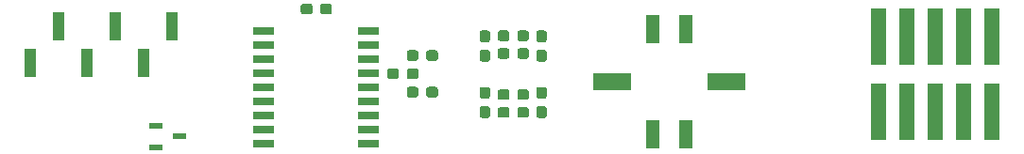
<source format=gbr>
G04 #@! TF.GenerationSoftware,KiCad,Pcbnew,(5.1.4)-1*
G04 #@! TF.CreationDate,2020-01-28T11:55:59-05:00*
G04 #@! TF.ProjectId,PDC1920,50444331-3932-4302-9e6b-696361645f70,rev?*
G04 #@! TF.SameCoordinates,Original*
G04 #@! TF.FileFunction,Paste,Bot*
G04 #@! TF.FilePolarity,Positive*
%FSLAX46Y46*%
G04 Gerber Fmt 4.6, Leading zero omitted, Abs format (unit mm)*
G04 Created by KiCad (PCBNEW (5.1.4)-1) date 2020-01-28 11:55:59*
%MOMM*%
%LPD*%
G04 APERTURE LIST*
%ADD10C,0.100000*%
%ADD11C,0.950000*%
%ADD12R,1.000000X2.510000*%
%ADD13R,1.320800X5.181600*%
%ADD14R,1.850000X0.650000*%
%ADD15R,1.250000X0.600000*%
%ADD16R,1.270000X2.540000*%
%ADD17R,3.430000X1.650000*%
G04 APERTURE END LIST*
D10*
G36*
X102114779Y-95033544D02*
G01*
X102137834Y-95036963D01*
X102160443Y-95042627D01*
X102182387Y-95050479D01*
X102203457Y-95060444D01*
X102223448Y-95072426D01*
X102242168Y-95086310D01*
X102259438Y-95101962D01*
X102275090Y-95119232D01*
X102288974Y-95137952D01*
X102300956Y-95157943D01*
X102310921Y-95179013D01*
X102318773Y-95200957D01*
X102324437Y-95223566D01*
X102327856Y-95246621D01*
X102329000Y-95269900D01*
X102329000Y-95844900D01*
X102327856Y-95868179D01*
X102324437Y-95891234D01*
X102318773Y-95913843D01*
X102310921Y-95935787D01*
X102300956Y-95956857D01*
X102288974Y-95976848D01*
X102275090Y-95995568D01*
X102259438Y-96012838D01*
X102242168Y-96028490D01*
X102223448Y-96042374D01*
X102203457Y-96054356D01*
X102182387Y-96064321D01*
X102160443Y-96072173D01*
X102137834Y-96077837D01*
X102114779Y-96081256D01*
X102091500Y-96082400D01*
X101616500Y-96082400D01*
X101593221Y-96081256D01*
X101570166Y-96077837D01*
X101547557Y-96072173D01*
X101525613Y-96064321D01*
X101504543Y-96054356D01*
X101484552Y-96042374D01*
X101465832Y-96028490D01*
X101448562Y-96012838D01*
X101432910Y-95995568D01*
X101419026Y-95976848D01*
X101407044Y-95956857D01*
X101397079Y-95935787D01*
X101389227Y-95913843D01*
X101383563Y-95891234D01*
X101380144Y-95868179D01*
X101379000Y-95844900D01*
X101379000Y-95269900D01*
X101380144Y-95246621D01*
X101383563Y-95223566D01*
X101389227Y-95200957D01*
X101397079Y-95179013D01*
X101407044Y-95157943D01*
X101419026Y-95137952D01*
X101432910Y-95119232D01*
X101448562Y-95101962D01*
X101465832Y-95086310D01*
X101484552Y-95072426D01*
X101504543Y-95060444D01*
X101525613Y-95050479D01*
X101547557Y-95042627D01*
X101570166Y-95036963D01*
X101593221Y-95033544D01*
X101616500Y-95032400D01*
X102091500Y-95032400D01*
X102114779Y-95033544D01*
X102114779Y-95033544D01*
G37*
D11*
X101854000Y-95557400D03*
D10*
G36*
X102114779Y-96783544D02*
G01*
X102137834Y-96786963D01*
X102160443Y-96792627D01*
X102182387Y-96800479D01*
X102203457Y-96810444D01*
X102223448Y-96822426D01*
X102242168Y-96836310D01*
X102259438Y-96851962D01*
X102275090Y-96869232D01*
X102288974Y-96887952D01*
X102300956Y-96907943D01*
X102310921Y-96929013D01*
X102318773Y-96950957D01*
X102324437Y-96973566D01*
X102327856Y-96996621D01*
X102329000Y-97019900D01*
X102329000Y-97594900D01*
X102327856Y-97618179D01*
X102324437Y-97641234D01*
X102318773Y-97663843D01*
X102310921Y-97685787D01*
X102300956Y-97706857D01*
X102288974Y-97726848D01*
X102275090Y-97745568D01*
X102259438Y-97762838D01*
X102242168Y-97778490D01*
X102223448Y-97792374D01*
X102203457Y-97804356D01*
X102182387Y-97814321D01*
X102160443Y-97822173D01*
X102137834Y-97827837D01*
X102114779Y-97831256D01*
X102091500Y-97832400D01*
X101616500Y-97832400D01*
X101593221Y-97831256D01*
X101570166Y-97827837D01*
X101547557Y-97822173D01*
X101525613Y-97814321D01*
X101504543Y-97804356D01*
X101484552Y-97792374D01*
X101465832Y-97778490D01*
X101448562Y-97762838D01*
X101432910Y-97745568D01*
X101419026Y-97726848D01*
X101407044Y-97706857D01*
X101397079Y-97685787D01*
X101389227Y-97663843D01*
X101383563Y-97641234D01*
X101380144Y-97618179D01*
X101379000Y-97594900D01*
X101379000Y-97019900D01*
X101380144Y-96996621D01*
X101383563Y-96973566D01*
X101389227Y-96950957D01*
X101397079Y-96929013D01*
X101407044Y-96907943D01*
X101419026Y-96887952D01*
X101432910Y-96869232D01*
X101448562Y-96851962D01*
X101465832Y-96836310D01*
X101484552Y-96822426D01*
X101504543Y-96810444D01*
X101525613Y-96800479D01*
X101547557Y-96792627D01*
X101570166Y-96786963D01*
X101593221Y-96783544D01*
X101616500Y-96782400D01*
X102091500Y-96782400D01*
X102114779Y-96783544D01*
X102114779Y-96783544D01*
G37*
D11*
X101854000Y-97307400D03*
D10*
G36*
X107194779Y-89950944D02*
G01*
X107217834Y-89954363D01*
X107240443Y-89960027D01*
X107262387Y-89967879D01*
X107283457Y-89977844D01*
X107303448Y-89989826D01*
X107322168Y-90003710D01*
X107339438Y-90019362D01*
X107355090Y-90036632D01*
X107368974Y-90055352D01*
X107380956Y-90075343D01*
X107390921Y-90096413D01*
X107398773Y-90118357D01*
X107404437Y-90140966D01*
X107407856Y-90164021D01*
X107409000Y-90187300D01*
X107409000Y-90762300D01*
X107407856Y-90785579D01*
X107404437Y-90808634D01*
X107398773Y-90831243D01*
X107390921Y-90853187D01*
X107380956Y-90874257D01*
X107368974Y-90894248D01*
X107355090Y-90912968D01*
X107339438Y-90930238D01*
X107322168Y-90945890D01*
X107303448Y-90959774D01*
X107283457Y-90971756D01*
X107262387Y-90981721D01*
X107240443Y-90989573D01*
X107217834Y-90995237D01*
X107194779Y-90998656D01*
X107171500Y-90999800D01*
X106696500Y-90999800D01*
X106673221Y-90998656D01*
X106650166Y-90995237D01*
X106627557Y-90989573D01*
X106605613Y-90981721D01*
X106584543Y-90971756D01*
X106564552Y-90959774D01*
X106545832Y-90945890D01*
X106528562Y-90930238D01*
X106512910Y-90912968D01*
X106499026Y-90894248D01*
X106487044Y-90874257D01*
X106477079Y-90853187D01*
X106469227Y-90831243D01*
X106463563Y-90808634D01*
X106460144Y-90785579D01*
X106459000Y-90762300D01*
X106459000Y-90187300D01*
X106460144Y-90164021D01*
X106463563Y-90140966D01*
X106469227Y-90118357D01*
X106477079Y-90096413D01*
X106487044Y-90075343D01*
X106499026Y-90055352D01*
X106512910Y-90036632D01*
X106528562Y-90019362D01*
X106545832Y-90003710D01*
X106564552Y-89989826D01*
X106584543Y-89977844D01*
X106605613Y-89967879D01*
X106627557Y-89960027D01*
X106650166Y-89954363D01*
X106673221Y-89950944D01*
X106696500Y-89949800D01*
X107171500Y-89949800D01*
X107194779Y-89950944D01*
X107194779Y-89950944D01*
G37*
D11*
X106934000Y-90474800D03*
D10*
G36*
X107194779Y-91700944D02*
G01*
X107217834Y-91704363D01*
X107240443Y-91710027D01*
X107262387Y-91717879D01*
X107283457Y-91727844D01*
X107303448Y-91739826D01*
X107322168Y-91753710D01*
X107339438Y-91769362D01*
X107355090Y-91786632D01*
X107368974Y-91805352D01*
X107380956Y-91825343D01*
X107390921Y-91846413D01*
X107398773Y-91868357D01*
X107404437Y-91890966D01*
X107407856Y-91914021D01*
X107409000Y-91937300D01*
X107409000Y-92512300D01*
X107407856Y-92535579D01*
X107404437Y-92558634D01*
X107398773Y-92581243D01*
X107390921Y-92603187D01*
X107380956Y-92624257D01*
X107368974Y-92644248D01*
X107355090Y-92662968D01*
X107339438Y-92680238D01*
X107322168Y-92695890D01*
X107303448Y-92709774D01*
X107283457Y-92721756D01*
X107262387Y-92731721D01*
X107240443Y-92739573D01*
X107217834Y-92745237D01*
X107194779Y-92748656D01*
X107171500Y-92749800D01*
X106696500Y-92749800D01*
X106673221Y-92748656D01*
X106650166Y-92745237D01*
X106627557Y-92739573D01*
X106605613Y-92731721D01*
X106584543Y-92721756D01*
X106564552Y-92709774D01*
X106545832Y-92695890D01*
X106528562Y-92680238D01*
X106512910Y-92662968D01*
X106499026Y-92644248D01*
X106487044Y-92624257D01*
X106477079Y-92603187D01*
X106469227Y-92581243D01*
X106463563Y-92558634D01*
X106460144Y-92535579D01*
X106459000Y-92512300D01*
X106459000Y-91937300D01*
X106460144Y-91914021D01*
X106463563Y-91890966D01*
X106469227Y-91868357D01*
X106477079Y-91846413D01*
X106487044Y-91825343D01*
X106499026Y-91805352D01*
X106512910Y-91786632D01*
X106528562Y-91769362D01*
X106545832Y-91753710D01*
X106564552Y-91739826D01*
X106584543Y-91727844D01*
X106605613Y-91717879D01*
X106627557Y-91710027D01*
X106650166Y-91704363D01*
X106673221Y-91700944D01*
X106696500Y-91699800D01*
X107171500Y-91699800D01*
X107194779Y-91700944D01*
X107194779Y-91700944D01*
G37*
D11*
X106934000Y-92224800D03*
D10*
G36*
X103843779Y-95258744D02*
G01*
X103866834Y-95262163D01*
X103889443Y-95267827D01*
X103911387Y-95275679D01*
X103932457Y-95285644D01*
X103952448Y-95297626D01*
X103971168Y-95311510D01*
X103988438Y-95327162D01*
X104004090Y-95344432D01*
X104017974Y-95363152D01*
X104029956Y-95383143D01*
X104039921Y-95404213D01*
X104047773Y-95426157D01*
X104053437Y-95448766D01*
X104056856Y-95471821D01*
X104058000Y-95495100D01*
X104058000Y-95970100D01*
X104056856Y-95993379D01*
X104053437Y-96016434D01*
X104047773Y-96039043D01*
X104039921Y-96060987D01*
X104029956Y-96082057D01*
X104017974Y-96102048D01*
X104004090Y-96120768D01*
X103988438Y-96138038D01*
X103971168Y-96153690D01*
X103952448Y-96167574D01*
X103932457Y-96179556D01*
X103911387Y-96189521D01*
X103889443Y-96197373D01*
X103866834Y-96203037D01*
X103843779Y-96206456D01*
X103820500Y-96207600D01*
X103245500Y-96207600D01*
X103222221Y-96206456D01*
X103199166Y-96203037D01*
X103176557Y-96197373D01*
X103154613Y-96189521D01*
X103133543Y-96179556D01*
X103113552Y-96167574D01*
X103094832Y-96153690D01*
X103077562Y-96138038D01*
X103061910Y-96120768D01*
X103048026Y-96102048D01*
X103036044Y-96082057D01*
X103026079Y-96060987D01*
X103018227Y-96039043D01*
X103012563Y-96016434D01*
X103009144Y-95993379D01*
X103008000Y-95970100D01*
X103008000Y-95495100D01*
X103009144Y-95471821D01*
X103012563Y-95448766D01*
X103018227Y-95426157D01*
X103026079Y-95404213D01*
X103036044Y-95383143D01*
X103048026Y-95363152D01*
X103061910Y-95344432D01*
X103077562Y-95327162D01*
X103094832Y-95311510D01*
X103113552Y-95297626D01*
X103133543Y-95285644D01*
X103154613Y-95275679D01*
X103176557Y-95267827D01*
X103199166Y-95262163D01*
X103222221Y-95258744D01*
X103245500Y-95257600D01*
X103820500Y-95257600D01*
X103843779Y-95258744D01*
X103843779Y-95258744D01*
G37*
D11*
X103533000Y-95732600D03*
D10*
G36*
X105593779Y-95258744D02*
G01*
X105616834Y-95262163D01*
X105639443Y-95267827D01*
X105661387Y-95275679D01*
X105682457Y-95285644D01*
X105702448Y-95297626D01*
X105721168Y-95311510D01*
X105738438Y-95327162D01*
X105754090Y-95344432D01*
X105767974Y-95363152D01*
X105779956Y-95383143D01*
X105789921Y-95404213D01*
X105797773Y-95426157D01*
X105803437Y-95448766D01*
X105806856Y-95471821D01*
X105808000Y-95495100D01*
X105808000Y-95970100D01*
X105806856Y-95993379D01*
X105803437Y-96016434D01*
X105797773Y-96039043D01*
X105789921Y-96060987D01*
X105779956Y-96082057D01*
X105767974Y-96102048D01*
X105754090Y-96120768D01*
X105738438Y-96138038D01*
X105721168Y-96153690D01*
X105702448Y-96167574D01*
X105682457Y-96179556D01*
X105661387Y-96189521D01*
X105639443Y-96197373D01*
X105616834Y-96203037D01*
X105593779Y-96206456D01*
X105570500Y-96207600D01*
X104995500Y-96207600D01*
X104972221Y-96206456D01*
X104949166Y-96203037D01*
X104926557Y-96197373D01*
X104904613Y-96189521D01*
X104883543Y-96179556D01*
X104863552Y-96167574D01*
X104844832Y-96153690D01*
X104827562Y-96138038D01*
X104811910Y-96120768D01*
X104798026Y-96102048D01*
X104786044Y-96082057D01*
X104776079Y-96060987D01*
X104768227Y-96039043D01*
X104762563Y-96016434D01*
X104759144Y-95993379D01*
X104758000Y-95970100D01*
X104758000Y-95495100D01*
X104759144Y-95471821D01*
X104762563Y-95448766D01*
X104768227Y-95426157D01*
X104776079Y-95404213D01*
X104786044Y-95383143D01*
X104798026Y-95363152D01*
X104811910Y-95344432D01*
X104827562Y-95327162D01*
X104844832Y-95311510D01*
X104863552Y-95297626D01*
X104883543Y-95285644D01*
X104904613Y-95275679D01*
X104926557Y-95267827D01*
X104949166Y-95262163D01*
X104972221Y-95258744D01*
X104995500Y-95257600D01*
X105570500Y-95257600D01*
X105593779Y-95258744D01*
X105593779Y-95258744D01*
G37*
D11*
X105283000Y-95732600D03*
D10*
G36*
X103843779Y-89950144D02*
G01*
X103866834Y-89953563D01*
X103889443Y-89959227D01*
X103911387Y-89967079D01*
X103932457Y-89977044D01*
X103952448Y-89989026D01*
X103971168Y-90002910D01*
X103988438Y-90018562D01*
X104004090Y-90035832D01*
X104017974Y-90054552D01*
X104029956Y-90074543D01*
X104039921Y-90095613D01*
X104047773Y-90117557D01*
X104053437Y-90140166D01*
X104056856Y-90163221D01*
X104058000Y-90186500D01*
X104058000Y-90661500D01*
X104056856Y-90684779D01*
X104053437Y-90707834D01*
X104047773Y-90730443D01*
X104039921Y-90752387D01*
X104029956Y-90773457D01*
X104017974Y-90793448D01*
X104004090Y-90812168D01*
X103988438Y-90829438D01*
X103971168Y-90845090D01*
X103952448Y-90858974D01*
X103932457Y-90870956D01*
X103911387Y-90880921D01*
X103889443Y-90888773D01*
X103866834Y-90894437D01*
X103843779Y-90897856D01*
X103820500Y-90899000D01*
X103245500Y-90899000D01*
X103222221Y-90897856D01*
X103199166Y-90894437D01*
X103176557Y-90888773D01*
X103154613Y-90880921D01*
X103133543Y-90870956D01*
X103113552Y-90858974D01*
X103094832Y-90845090D01*
X103077562Y-90829438D01*
X103061910Y-90812168D01*
X103048026Y-90793448D01*
X103036044Y-90773457D01*
X103026079Y-90752387D01*
X103018227Y-90730443D01*
X103012563Y-90707834D01*
X103009144Y-90684779D01*
X103008000Y-90661500D01*
X103008000Y-90186500D01*
X103009144Y-90163221D01*
X103012563Y-90140166D01*
X103018227Y-90117557D01*
X103026079Y-90095613D01*
X103036044Y-90074543D01*
X103048026Y-90054552D01*
X103061910Y-90035832D01*
X103077562Y-90018562D01*
X103094832Y-90002910D01*
X103113552Y-89989026D01*
X103133543Y-89977044D01*
X103154613Y-89967079D01*
X103176557Y-89959227D01*
X103199166Y-89953563D01*
X103222221Y-89950144D01*
X103245500Y-89949000D01*
X103820500Y-89949000D01*
X103843779Y-89950144D01*
X103843779Y-89950144D01*
G37*
D11*
X103533000Y-90424000D03*
D10*
G36*
X105593779Y-89950144D02*
G01*
X105616834Y-89953563D01*
X105639443Y-89959227D01*
X105661387Y-89967079D01*
X105682457Y-89977044D01*
X105702448Y-89989026D01*
X105721168Y-90002910D01*
X105738438Y-90018562D01*
X105754090Y-90035832D01*
X105767974Y-90054552D01*
X105779956Y-90074543D01*
X105789921Y-90095613D01*
X105797773Y-90117557D01*
X105803437Y-90140166D01*
X105806856Y-90163221D01*
X105808000Y-90186500D01*
X105808000Y-90661500D01*
X105806856Y-90684779D01*
X105803437Y-90707834D01*
X105797773Y-90730443D01*
X105789921Y-90752387D01*
X105779956Y-90773457D01*
X105767974Y-90793448D01*
X105754090Y-90812168D01*
X105738438Y-90829438D01*
X105721168Y-90845090D01*
X105702448Y-90858974D01*
X105682457Y-90870956D01*
X105661387Y-90880921D01*
X105639443Y-90888773D01*
X105616834Y-90894437D01*
X105593779Y-90897856D01*
X105570500Y-90899000D01*
X104995500Y-90899000D01*
X104972221Y-90897856D01*
X104949166Y-90894437D01*
X104926557Y-90888773D01*
X104904613Y-90880921D01*
X104883543Y-90870956D01*
X104863552Y-90858974D01*
X104844832Y-90845090D01*
X104827562Y-90829438D01*
X104811910Y-90812168D01*
X104798026Y-90793448D01*
X104786044Y-90773457D01*
X104776079Y-90752387D01*
X104768227Y-90730443D01*
X104762563Y-90707834D01*
X104759144Y-90684779D01*
X104758000Y-90661500D01*
X104758000Y-90186500D01*
X104759144Y-90163221D01*
X104762563Y-90140166D01*
X104768227Y-90117557D01*
X104776079Y-90095613D01*
X104786044Y-90074543D01*
X104798026Y-90054552D01*
X104811910Y-90035832D01*
X104827562Y-90018562D01*
X104844832Y-90002910D01*
X104863552Y-89989026D01*
X104883543Y-89977044D01*
X104904613Y-89967079D01*
X104926557Y-89959227D01*
X104949166Y-89953563D01*
X104972221Y-89950144D01*
X104995500Y-89949000D01*
X105570500Y-89949000D01*
X105593779Y-89950144D01*
X105593779Y-89950144D01*
G37*
D11*
X105283000Y-90424000D03*
D10*
G36*
X105593779Y-96871644D02*
G01*
X105616834Y-96875063D01*
X105639443Y-96880727D01*
X105661387Y-96888579D01*
X105682457Y-96898544D01*
X105702448Y-96910526D01*
X105721168Y-96924410D01*
X105738438Y-96940062D01*
X105754090Y-96957332D01*
X105767974Y-96976052D01*
X105779956Y-96996043D01*
X105789921Y-97017113D01*
X105797773Y-97039057D01*
X105803437Y-97061666D01*
X105806856Y-97084721D01*
X105808000Y-97108000D01*
X105808000Y-97583000D01*
X105806856Y-97606279D01*
X105803437Y-97629334D01*
X105797773Y-97651943D01*
X105789921Y-97673887D01*
X105779956Y-97694957D01*
X105767974Y-97714948D01*
X105754090Y-97733668D01*
X105738438Y-97750938D01*
X105721168Y-97766590D01*
X105702448Y-97780474D01*
X105682457Y-97792456D01*
X105661387Y-97802421D01*
X105639443Y-97810273D01*
X105616834Y-97815937D01*
X105593779Y-97819356D01*
X105570500Y-97820500D01*
X104995500Y-97820500D01*
X104972221Y-97819356D01*
X104949166Y-97815937D01*
X104926557Y-97810273D01*
X104904613Y-97802421D01*
X104883543Y-97792456D01*
X104863552Y-97780474D01*
X104844832Y-97766590D01*
X104827562Y-97750938D01*
X104811910Y-97733668D01*
X104798026Y-97714948D01*
X104786044Y-97694957D01*
X104776079Y-97673887D01*
X104768227Y-97651943D01*
X104762563Y-97629334D01*
X104759144Y-97606279D01*
X104758000Y-97583000D01*
X104758000Y-97108000D01*
X104759144Y-97084721D01*
X104762563Y-97061666D01*
X104768227Y-97039057D01*
X104776079Y-97017113D01*
X104786044Y-96996043D01*
X104798026Y-96976052D01*
X104811910Y-96957332D01*
X104827562Y-96940062D01*
X104844832Y-96924410D01*
X104863552Y-96910526D01*
X104883543Y-96898544D01*
X104904613Y-96888579D01*
X104926557Y-96880727D01*
X104949166Y-96875063D01*
X104972221Y-96871644D01*
X104995500Y-96870500D01*
X105570500Y-96870500D01*
X105593779Y-96871644D01*
X105593779Y-96871644D01*
G37*
D11*
X105283000Y-97345500D03*
D10*
G36*
X103843779Y-96871644D02*
G01*
X103866834Y-96875063D01*
X103889443Y-96880727D01*
X103911387Y-96888579D01*
X103932457Y-96898544D01*
X103952448Y-96910526D01*
X103971168Y-96924410D01*
X103988438Y-96940062D01*
X104004090Y-96957332D01*
X104017974Y-96976052D01*
X104029956Y-96996043D01*
X104039921Y-97017113D01*
X104047773Y-97039057D01*
X104053437Y-97061666D01*
X104056856Y-97084721D01*
X104058000Y-97108000D01*
X104058000Y-97583000D01*
X104056856Y-97606279D01*
X104053437Y-97629334D01*
X104047773Y-97651943D01*
X104039921Y-97673887D01*
X104029956Y-97694957D01*
X104017974Y-97714948D01*
X104004090Y-97733668D01*
X103988438Y-97750938D01*
X103971168Y-97766590D01*
X103952448Y-97780474D01*
X103932457Y-97792456D01*
X103911387Y-97802421D01*
X103889443Y-97810273D01*
X103866834Y-97815937D01*
X103843779Y-97819356D01*
X103820500Y-97820500D01*
X103245500Y-97820500D01*
X103222221Y-97819356D01*
X103199166Y-97815937D01*
X103176557Y-97810273D01*
X103154613Y-97802421D01*
X103133543Y-97792456D01*
X103113552Y-97780474D01*
X103094832Y-97766590D01*
X103077562Y-97750938D01*
X103061910Y-97733668D01*
X103048026Y-97714948D01*
X103036044Y-97694957D01*
X103026079Y-97673887D01*
X103018227Y-97651943D01*
X103012563Y-97629334D01*
X103009144Y-97606279D01*
X103008000Y-97583000D01*
X103008000Y-97108000D01*
X103009144Y-97084721D01*
X103012563Y-97061666D01*
X103018227Y-97039057D01*
X103026079Y-97017113D01*
X103036044Y-96996043D01*
X103048026Y-96976052D01*
X103061910Y-96957332D01*
X103077562Y-96940062D01*
X103094832Y-96924410D01*
X103113552Y-96910526D01*
X103133543Y-96898544D01*
X103154613Y-96888579D01*
X103176557Y-96880727D01*
X103199166Y-96875063D01*
X103222221Y-96871644D01*
X103245500Y-96870500D01*
X103820500Y-96870500D01*
X103843779Y-96871644D01*
X103843779Y-96871644D01*
G37*
D11*
X103533000Y-97345500D03*
D10*
G36*
X102114779Y-91700944D02*
G01*
X102137834Y-91704363D01*
X102160443Y-91710027D01*
X102182387Y-91717879D01*
X102203457Y-91727844D01*
X102223448Y-91739826D01*
X102242168Y-91753710D01*
X102259438Y-91769362D01*
X102275090Y-91786632D01*
X102288974Y-91805352D01*
X102300956Y-91825343D01*
X102310921Y-91846413D01*
X102318773Y-91868357D01*
X102324437Y-91890966D01*
X102327856Y-91914021D01*
X102329000Y-91937300D01*
X102329000Y-92512300D01*
X102327856Y-92535579D01*
X102324437Y-92558634D01*
X102318773Y-92581243D01*
X102310921Y-92603187D01*
X102300956Y-92624257D01*
X102288974Y-92644248D01*
X102275090Y-92662968D01*
X102259438Y-92680238D01*
X102242168Y-92695890D01*
X102223448Y-92709774D01*
X102203457Y-92721756D01*
X102182387Y-92731721D01*
X102160443Y-92739573D01*
X102137834Y-92745237D01*
X102114779Y-92748656D01*
X102091500Y-92749800D01*
X101616500Y-92749800D01*
X101593221Y-92748656D01*
X101570166Y-92745237D01*
X101547557Y-92739573D01*
X101525613Y-92731721D01*
X101504543Y-92721756D01*
X101484552Y-92709774D01*
X101465832Y-92695890D01*
X101448562Y-92680238D01*
X101432910Y-92662968D01*
X101419026Y-92644248D01*
X101407044Y-92624257D01*
X101397079Y-92603187D01*
X101389227Y-92581243D01*
X101383563Y-92558634D01*
X101380144Y-92535579D01*
X101379000Y-92512300D01*
X101379000Y-91937300D01*
X101380144Y-91914021D01*
X101383563Y-91890966D01*
X101389227Y-91868357D01*
X101397079Y-91846413D01*
X101407044Y-91825343D01*
X101419026Y-91805352D01*
X101432910Y-91786632D01*
X101448562Y-91769362D01*
X101465832Y-91753710D01*
X101484552Y-91739826D01*
X101504543Y-91727844D01*
X101525613Y-91717879D01*
X101547557Y-91710027D01*
X101570166Y-91704363D01*
X101593221Y-91700944D01*
X101616500Y-91699800D01*
X102091500Y-91699800D01*
X102114779Y-91700944D01*
X102114779Y-91700944D01*
G37*
D11*
X101854000Y-92224800D03*
D10*
G36*
X102114779Y-89950944D02*
G01*
X102137834Y-89954363D01*
X102160443Y-89960027D01*
X102182387Y-89967879D01*
X102203457Y-89977844D01*
X102223448Y-89989826D01*
X102242168Y-90003710D01*
X102259438Y-90019362D01*
X102275090Y-90036632D01*
X102288974Y-90055352D01*
X102300956Y-90075343D01*
X102310921Y-90096413D01*
X102318773Y-90118357D01*
X102324437Y-90140966D01*
X102327856Y-90164021D01*
X102329000Y-90187300D01*
X102329000Y-90762300D01*
X102327856Y-90785579D01*
X102324437Y-90808634D01*
X102318773Y-90831243D01*
X102310921Y-90853187D01*
X102300956Y-90874257D01*
X102288974Y-90894248D01*
X102275090Y-90912968D01*
X102259438Y-90930238D01*
X102242168Y-90945890D01*
X102223448Y-90959774D01*
X102203457Y-90971756D01*
X102182387Y-90981721D01*
X102160443Y-90989573D01*
X102137834Y-90995237D01*
X102114779Y-90998656D01*
X102091500Y-90999800D01*
X101616500Y-90999800D01*
X101593221Y-90998656D01*
X101570166Y-90995237D01*
X101547557Y-90989573D01*
X101525613Y-90981721D01*
X101504543Y-90971756D01*
X101484552Y-90959774D01*
X101465832Y-90945890D01*
X101448562Y-90930238D01*
X101432910Y-90912968D01*
X101419026Y-90894248D01*
X101407044Y-90874257D01*
X101397079Y-90853187D01*
X101389227Y-90831243D01*
X101383563Y-90808634D01*
X101380144Y-90785579D01*
X101379000Y-90762300D01*
X101379000Y-90187300D01*
X101380144Y-90164021D01*
X101383563Y-90140966D01*
X101389227Y-90118357D01*
X101397079Y-90096413D01*
X101407044Y-90075343D01*
X101419026Y-90055352D01*
X101432910Y-90036632D01*
X101448562Y-90019362D01*
X101465832Y-90003710D01*
X101484552Y-89989826D01*
X101504543Y-89977844D01*
X101525613Y-89967879D01*
X101547557Y-89960027D01*
X101570166Y-89954363D01*
X101593221Y-89950944D01*
X101616500Y-89949800D01*
X102091500Y-89949800D01*
X102114779Y-89950944D01*
X102114779Y-89950944D01*
G37*
D11*
X101854000Y-90474800D03*
D10*
G36*
X107194779Y-96783544D02*
G01*
X107217834Y-96786963D01*
X107240443Y-96792627D01*
X107262387Y-96800479D01*
X107283457Y-96810444D01*
X107303448Y-96822426D01*
X107322168Y-96836310D01*
X107339438Y-96851962D01*
X107355090Y-96869232D01*
X107368974Y-96887952D01*
X107380956Y-96907943D01*
X107390921Y-96929013D01*
X107398773Y-96950957D01*
X107404437Y-96973566D01*
X107407856Y-96996621D01*
X107409000Y-97019900D01*
X107409000Y-97594900D01*
X107407856Y-97618179D01*
X107404437Y-97641234D01*
X107398773Y-97663843D01*
X107390921Y-97685787D01*
X107380956Y-97706857D01*
X107368974Y-97726848D01*
X107355090Y-97745568D01*
X107339438Y-97762838D01*
X107322168Y-97778490D01*
X107303448Y-97792374D01*
X107283457Y-97804356D01*
X107262387Y-97814321D01*
X107240443Y-97822173D01*
X107217834Y-97827837D01*
X107194779Y-97831256D01*
X107171500Y-97832400D01*
X106696500Y-97832400D01*
X106673221Y-97831256D01*
X106650166Y-97827837D01*
X106627557Y-97822173D01*
X106605613Y-97814321D01*
X106584543Y-97804356D01*
X106564552Y-97792374D01*
X106545832Y-97778490D01*
X106528562Y-97762838D01*
X106512910Y-97745568D01*
X106499026Y-97726848D01*
X106487044Y-97706857D01*
X106477079Y-97685787D01*
X106469227Y-97663843D01*
X106463563Y-97641234D01*
X106460144Y-97618179D01*
X106459000Y-97594900D01*
X106459000Y-97019900D01*
X106460144Y-96996621D01*
X106463563Y-96973566D01*
X106469227Y-96950957D01*
X106477079Y-96929013D01*
X106487044Y-96907943D01*
X106499026Y-96887952D01*
X106512910Y-96869232D01*
X106528562Y-96851962D01*
X106545832Y-96836310D01*
X106564552Y-96822426D01*
X106584543Y-96810444D01*
X106605613Y-96800479D01*
X106627557Y-96792627D01*
X106650166Y-96786963D01*
X106673221Y-96783544D01*
X106696500Y-96782400D01*
X107171500Y-96782400D01*
X107194779Y-96783544D01*
X107194779Y-96783544D01*
G37*
D11*
X106934000Y-97307400D03*
D10*
G36*
X107194779Y-95033544D02*
G01*
X107217834Y-95036963D01*
X107240443Y-95042627D01*
X107262387Y-95050479D01*
X107283457Y-95060444D01*
X107303448Y-95072426D01*
X107322168Y-95086310D01*
X107339438Y-95101962D01*
X107355090Y-95119232D01*
X107368974Y-95137952D01*
X107380956Y-95157943D01*
X107390921Y-95179013D01*
X107398773Y-95200957D01*
X107404437Y-95223566D01*
X107407856Y-95246621D01*
X107409000Y-95269900D01*
X107409000Y-95844900D01*
X107407856Y-95868179D01*
X107404437Y-95891234D01*
X107398773Y-95913843D01*
X107390921Y-95935787D01*
X107380956Y-95956857D01*
X107368974Y-95976848D01*
X107355090Y-95995568D01*
X107339438Y-96012838D01*
X107322168Y-96028490D01*
X107303448Y-96042374D01*
X107283457Y-96054356D01*
X107262387Y-96064321D01*
X107240443Y-96072173D01*
X107217834Y-96077837D01*
X107194779Y-96081256D01*
X107171500Y-96082400D01*
X106696500Y-96082400D01*
X106673221Y-96081256D01*
X106650166Y-96077837D01*
X106627557Y-96072173D01*
X106605613Y-96064321D01*
X106584543Y-96054356D01*
X106564552Y-96042374D01*
X106545832Y-96028490D01*
X106528562Y-96012838D01*
X106512910Y-95995568D01*
X106499026Y-95976848D01*
X106487044Y-95956857D01*
X106477079Y-95935787D01*
X106469227Y-95913843D01*
X106463563Y-95891234D01*
X106460144Y-95868179D01*
X106459000Y-95844900D01*
X106459000Y-95269900D01*
X106460144Y-95246621D01*
X106463563Y-95223566D01*
X106469227Y-95200957D01*
X106477079Y-95179013D01*
X106487044Y-95157943D01*
X106499026Y-95137952D01*
X106512910Y-95119232D01*
X106528562Y-95101962D01*
X106545832Y-95086310D01*
X106564552Y-95072426D01*
X106584543Y-95060444D01*
X106605613Y-95050479D01*
X106627557Y-95042627D01*
X106650166Y-95036963D01*
X106673221Y-95033544D01*
X106696500Y-95032400D01*
X107171500Y-95032400D01*
X107194779Y-95033544D01*
X107194779Y-95033544D01*
G37*
D11*
X106934000Y-95557400D03*
D10*
G36*
X103843779Y-91550344D02*
G01*
X103866834Y-91553763D01*
X103889443Y-91559427D01*
X103911387Y-91567279D01*
X103932457Y-91577244D01*
X103952448Y-91589226D01*
X103971168Y-91603110D01*
X103988438Y-91618762D01*
X104004090Y-91636032D01*
X104017974Y-91654752D01*
X104029956Y-91674743D01*
X104039921Y-91695813D01*
X104047773Y-91717757D01*
X104053437Y-91740366D01*
X104056856Y-91763421D01*
X104058000Y-91786700D01*
X104058000Y-92261700D01*
X104056856Y-92284979D01*
X104053437Y-92308034D01*
X104047773Y-92330643D01*
X104039921Y-92352587D01*
X104029956Y-92373657D01*
X104017974Y-92393648D01*
X104004090Y-92412368D01*
X103988438Y-92429638D01*
X103971168Y-92445290D01*
X103952448Y-92459174D01*
X103932457Y-92471156D01*
X103911387Y-92481121D01*
X103889443Y-92488973D01*
X103866834Y-92494637D01*
X103843779Y-92498056D01*
X103820500Y-92499200D01*
X103245500Y-92499200D01*
X103222221Y-92498056D01*
X103199166Y-92494637D01*
X103176557Y-92488973D01*
X103154613Y-92481121D01*
X103133543Y-92471156D01*
X103113552Y-92459174D01*
X103094832Y-92445290D01*
X103077562Y-92429638D01*
X103061910Y-92412368D01*
X103048026Y-92393648D01*
X103036044Y-92373657D01*
X103026079Y-92352587D01*
X103018227Y-92330643D01*
X103012563Y-92308034D01*
X103009144Y-92284979D01*
X103008000Y-92261700D01*
X103008000Y-91786700D01*
X103009144Y-91763421D01*
X103012563Y-91740366D01*
X103018227Y-91717757D01*
X103026079Y-91695813D01*
X103036044Y-91674743D01*
X103048026Y-91654752D01*
X103061910Y-91636032D01*
X103077562Y-91618762D01*
X103094832Y-91603110D01*
X103113552Y-91589226D01*
X103133543Y-91577244D01*
X103154613Y-91567279D01*
X103176557Y-91559427D01*
X103199166Y-91553763D01*
X103222221Y-91550344D01*
X103245500Y-91549200D01*
X103820500Y-91549200D01*
X103843779Y-91550344D01*
X103843779Y-91550344D01*
G37*
D11*
X103533000Y-92024200D03*
D10*
G36*
X105593779Y-91550344D02*
G01*
X105616834Y-91553763D01*
X105639443Y-91559427D01*
X105661387Y-91567279D01*
X105682457Y-91577244D01*
X105702448Y-91589226D01*
X105721168Y-91603110D01*
X105738438Y-91618762D01*
X105754090Y-91636032D01*
X105767974Y-91654752D01*
X105779956Y-91674743D01*
X105789921Y-91695813D01*
X105797773Y-91717757D01*
X105803437Y-91740366D01*
X105806856Y-91763421D01*
X105808000Y-91786700D01*
X105808000Y-92261700D01*
X105806856Y-92284979D01*
X105803437Y-92308034D01*
X105797773Y-92330643D01*
X105789921Y-92352587D01*
X105779956Y-92373657D01*
X105767974Y-92393648D01*
X105754090Y-92412368D01*
X105738438Y-92429638D01*
X105721168Y-92445290D01*
X105702448Y-92459174D01*
X105682457Y-92471156D01*
X105661387Y-92481121D01*
X105639443Y-92488973D01*
X105616834Y-92494637D01*
X105593779Y-92498056D01*
X105570500Y-92499200D01*
X104995500Y-92499200D01*
X104972221Y-92498056D01*
X104949166Y-92494637D01*
X104926557Y-92488973D01*
X104904613Y-92481121D01*
X104883543Y-92471156D01*
X104863552Y-92459174D01*
X104844832Y-92445290D01*
X104827562Y-92429638D01*
X104811910Y-92412368D01*
X104798026Y-92393648D01*
X104786044Y-92373657D01*
X104776079Y-92352587D01*
X104768227Y-92330643D01*
X104762563Y-92308034D01*
X104759144Y-92284979D01*
X104758000Y-92261700D01*
X104758000Y-91786700D01*
X104759144Y-91763421D01*
X104762563Y-91740366D01*
X104768227Y-91717757D01*
X104776079Y-91695813D01*
X104786044Y-91674743D01*
X104798026Y-91654752D01*
X104811910Y-91636032D01*
X104827562Y-91618762D01*
X104844832Y-91603110D01*
X104863552Y-91589226D01*
X104883543Y-91577244D01*
X104904613Y-91567279D01*
X104926557Y-91559427D01*
X104949166Y-91553763D01*
X104972221Y-91550344D01*
X104995500Y-91549200D01*
X105570500Y-91549200D01*
X105593779Y-91550344D01*
X105593779Y-91550344D01*
G37*
D11*
X105283000Y-92024200D03*
D12*
X63627000Y-89531000D03*
X68707000Y-89531000D03*
X73787000Y-89531000D03*
X61087000Y-92841000D03*
X66167000Y-92841000D03*
X71247000Y-92841000D03*
D13*
X147320000Y-97282000D03*
X147320000Y-90474800D03*
X144780000Y-97282000D03*
X144780000Y-90474800D03*
X142240000Y-97282000D03*
X142240000Y-90474800D03*
X139700000Y-97282000D03*
X139700000Y-90474800D03*
X137160000Y-97282000D03*
X137160000Y-90474800D03*
D14*
X91382980Y-89979500D03*
X91382980Y-91249500D03*
X91382980Y-92519500D03*
X91382980Y-93789500D03*
X91382980Y-95059500D03*
X91382980Y-96329500D03*
X91382980Y-97599500D03*
X91382980Y-98869500D03*
X91382980Y-100139500D03*
X82032980Y-100139500D03*
X82032980Y-98869500D03*
X82032980Y-97599500D03*
X82032980Y-96329500D03*
X82032980Y-95059500D03*
X82032980Y-93789500D03*
X82032980Y-92519500D03*
X82032980Y-91249500D03*
X82032980Y-89979500D03*
D15*
X72390000Y-100452000D03*
X72390000Y-98552000D03*
X74490000Y-99502000D03*
D10*
G36*
X95687779Y-93379144D02*
G01*
X95710834Y-93382563D01*
X95733443Y-93388227D01*
X95755387Y-93396079D01*
X95776457Y-93406044D01*
X95796448Y-93418026D01*
X95815168Y-93431910D01*
X95832438Y-93447562D01*
X95848090Y-93464832D01*
X95861974Y-93483552D01*
X95873956Y-93503543D01*
X95883921Y-93524613D01*
X95891773Y-93546557D01*
X95897437Y-93569166D01*
X95900856Y-93592221D01*
X95902000Y-93615500D01*
X95902000Y-94090500D01*
X95900856Y-94113779D01*
X95897437Y-94136834D01*
X95891773Y-94159443D01*
X95883921Y-94181387D01*
X95873956Y-94202457D01*
X95861974Y-94222448D01*
X95848090Y-94241168D01*
X95832438Y-94258438D01*
X95815168Y-94274090D01*
X95796448Y-94287974D01*
X95776457Y-94299956D01*
X95755387Y-94309921D01*
X95733443Y-94317773D01*
X95710834Y-94323437D01*
X95687779Y-94326856D01*
X95664500Y-94328000D01*
X95089500Y-94328000D01*
X95066221Y-94326856D01*
X95043166Y-94323437D01*
X95020557Y-94317773D01*
X94998613Y-94309921D01*
X94977543Y-94299956D01*
X94957552Y-94287974D01*
X94938832Y-94274090D01*
X94921562Y-94258438D01*
X94905910Y-94241168D01*
X94892026Y-94222448D01*
X94880044Y-94202457D01*
X94870079Y-94181387D01*
X94862227Y-94159443D01*
X94856563Y-94136834D01*
X94853144Y-94113779D01*
X94852000Y-94090500D01*
X94852000Y-93615500D01*
X94853144Y-93592221D01*
X94856563Y-93569166D01*
X94862227Y-93546557D01*
X94870079Y-93524613D01*
X94880044Y-93503543D01*
X94892026Y-93483552D01*
X94905910Y-93464832D01*
X94921562Y-93447562D01*
X94938832Y-93431910D01*
X94957552Y-93418026D01*
X94977543Y-93406044D01*
X94998613Y-93396079D01*
X95020557Y-93388227D01*
X95043166Y-93382563D01*
X95066221Y-93379144D01*
X95089500Y-93378000D01*
X95664500Y-93378000D01*
X95687779Y-93379144D01*
X95687779Y-93379144D01*
G37*
D11*
X95377000Y-93853000D03*
D10*
G36*
X93937779Y-93379144D02*
G01*
X93960834Y-93382563D01*
X93983443Y-93388227D01*
X94005387Y-93396079D01*
X94026457Y-93406044D01*
X94046448Y-93418026D01*
X94065168Y-93431910D01*
X94082438Y-93447562D01*
X94098090Y-93464832D01*
X94111974Y-93483552D01*
X94123956Y-93503543D01*
X94133921Y-93524613D01*
X94141773Y-93546557D01*
X94147437Y-93569166D01*
X94150856Y-93592221D01*
X94152000Y-93615500D01*
X94152000Y-94090500D01*
X94150856Y-94113779D01*
X94147437Y-94136834D01*
X94141773Y-94159443D01*
X94133921Y-94181387D01*
X94123956Y-94202457D01*
X94111974Y-94222448D01*
X94098090Y-94241168D01*
X94082438Y-94258438D01*
X94065168Y-94274090D01*
X94046448Y-94287974D01*
X94026457Y-94299956D01*
X94005387Y-94309921D01*
X93983443Y-94317773D01*
X93960834Y-94323437D01*
X93937779Y-94326856D01*
X93914500Y-94328000D01*
X93339500Y-94328000D01*
X93316221Y-94326856D01*
X93293166Y-94323437D01*
X93270557Y-94317773D01*
X93248613Y-94309921D01*
X93227543Y-94299956D01*
X93207552Y-94287974D01*
X93188832Y-94274090D01*
X93171562Y-94258438D01*
X93155910Y-94241168D01*
X93142026Y-94222448D01*
X93130044Y-94202457D01*
X93120079Y-94181387D01*
X93112227Y-94159443D01*
X93106563Y-94136834D01*
X93103144Y-94113779D01*
X93102000Y-94090500D01*
X93102000Y-93615500D01*
X93103144Y-93592221D01*
X93106563Y-93569166D01*
X93112227Y-93546557D01*
X93120079Y-93524613D01*
X93130044Y-93503543D01*
X93142026Y-93483552D01*
X93155910Y-93464832D01*
X93171562Y-93447562D01*
X93188832Y-93431910D01*
X93207552Y-93418026D01*
X93227543Y-93406044D01*
X93248613Y-93396079D01*
X93270557Y-93388227D01*
X93293166Y-93382563D01*
X93316221Y-93379144D01*
X93339500Y-93378000D01*
X93914500Y-93378000D01*
X93937779Y-93379144D01*
X93937779Y-93379144D01*
G37*
D11*
X93627000Y-93853000D03*
D10*
G36*
X95687779Y-95030144D02*
G01*
X95710834Y-95033563D01*
X95733443Y-95039227D01*
X95755387Y-95047079D01*
X95776457Y-95057044D01*
X95796448Y-95069026D01*
X95815168Y-95082910D01*
X95832438Y-95098562D01*
X95848090Y-95115832D01*
X95861974Y-95134552D01*
X95873956Y-95154543D01*
X95883921Y-95175613D01*
X95891773Y-95197557D01*
X95897437Y-95220166D01*
X95900856Y-95243221D01*
X95902000Y-95266500D01*
X95902000Y-95741500D01*
X95900856Y-95764779D01*
X95897437Y-95787834D01*
X95891773Y-95810443D01*
X95883921Y-95832387D01*
X95873956Y-95853457D01*
X95861974Y-95873448D01*
X95848090Y-95892168D01*
X95832438Y-95909438D01*
X95815168Y-95925090D01*
X95796448Y-95938974D01*
X95776457Y-95950956D01*
X95755387Y-95960921D01*
X95733443Y-95968773D01*
X95710834Y-95974437D01*
X95687779Y-95977856D01*
X95664500Y-95979000D01*
X95089500Y-95979000D01*
X95066221Y-95977856D01*
X95043166Y-95974437D01*
X95020557Y-95968773D01*
X94998613Y-95960921D01*
X94977543Y-95950956D01*
X94957552Y-95938974D01*
X94938832Y-95925090D01*
X94921562Y-95909438D01*
X94905910Y-95892168D01*
X94892026Y-95873448D01*
X94880044Y-95853457D01*
X94870079Y-95832387D01*
X94862227Y-95810443D01*
X94856563Y-95787834D01*
X94853144Y-95764779D01*
X94852000Y-95741500D01*
X94852000Y-95266500D01*
X94853144Y-95243221D01*
X94856563Y-95220166D01*
X94862227Y-95197557D01*
X94870079Y-95175613D01*
X94880044Y-95154543D01*
X94892026Y-95134552D01*
X94905910Y-95115832D01*
X94921562Y-95098562D01*
X94938832Y-95082910D01*
X94957552Y-95069026D01*
X94977543Y-95057044D01*
X94998613Y-95047079D01*
X95020557Y-95039227D01*
X95043166Y-95033563D01*
X95066221Y-95030144D01*
X95089500Y-95029000D01*
X95664500Y-95029000D01*
X95687779Y-95030144D01*
X95687779Y-95030144D01*
G37*
D11*
X95377000Y-95504000D03*
D10*
G36*
X97437779Y-95030144D02*
G01*
X97460834Y-95033563D01*
X97483443Y-95039227D01*
X97505387Y-95047079D01*
X97526457Y-95057044D01*
X97546448Y-95069026D01*
X97565168Y-95082910D01*
X97582438Y-95098562D01*
X97598090Y-95115832D01*
X97611974Y-95134552D01*
X97623956Y-95154543D01*
X97633921Y-95175613D01*
X97641773Y-95197557D01*
X97647437Y-95220166D01*
X97650856Y-95243221D01*
X97652000Y-95266500D01*
X97652000Y-95741500D01*
X97650856Y-95764779D01*
X97647437Y-95787834D01*
X97641773Y-95810443D01*
X97633921Y-95832387D01*
X97623956Y-95853457D01*
X97611974Y-95873448D01*
X97598090Y-95892168D01*
X97582438Y-95909438D01*
X97565168Y-95925090D01*
X97546448Y-95938974D01*
X97526457Y-95950956D01*
X97505387Y-95960921D01*
X97483443Y-95968773D01*
X97460834Y-95974437D01*
X97437779Y-95977856D01*
X97414500Y-95979000D01*
X96839500Y-95979000D01*
X96816221Y-95977856D01*
X96793166Y-95974437D01*
X96770557Y-95968773D01*
X96748613Y-95960921D01*
X96727543Y-95950956D01*
X96707552Y-95938974D01*
X96688832Y-95925090D01*
X96671562Y-95909438D01*
X96655910Y-95892168D01*
X96642026Y-95873448D01*
X96630044Y-95853457D01*
X96620079Y-95832387D01*
X96612227Y-95810443D01*
X96606563Y-95787834D01*
X96603144Y-95764779D01*
X96602000Y-95741500D01*
X96602000Y-95266500D01*
X96603144Y-95243221D01*
X96606563Y-95220166D01*
X96612227Y-95197557D01*
X96620079Y-95175613D01*
X96630044Y-95154543D01*
X96642026Y-95134552D01*
X96655910Y-95115832D01*
X96671562Y-95098562D01*
X96688832Y-95082910D01*
X96707552Y-95069026D01*
X96727543Y-95057044D01*
X96748613Y-95047079D01*
X96770557Y-95039227D01*
X96793166Y-95033563D01*
X96816221Y-95030144D01*
X96839500Y-95029000D01*
X97414500Y-95029000D01*
X97437779Y-95030144D01*
X97437779Y-95030144D01*
G37*
D11*
X97127000Y-95504000D03*
D16*
X119865400Y-89865200D03*
X119865400Y-99265200D03*
X116865400Y-89865200D03*
X116865400Y-99265200D03*
D17*
X123500400Y-94565200D03*
X113230400Y-94565200D03*
D10*
G36*
X87940779Y-87537144D02*
G01*
X87963834Y-87540563D01*
X87986443Y-87546227D01*
X88008387Y-87554079D01*
X88029457Y-87564044D01*
X88049448Y-87576026D01*
X88068168Y-87589910D01*
X88085438Y-87605562D01*
X88101090Y-87622832D01*
X88114974Y-87641552D01*
X88126956Y-87661543D01*
X88136921Y-87682613D01*
X88144773Y-87704557D01*
X88150437Y-87727166D01*
X88153856Y-87750221D01*
X88155000Y-87773500D01*
X88155000Y-88248500D01*
X88153856Y-88271779D01*
X88150437Y-88294834D01*
X88144773Y-88317443D01*
X88136921Y-88339387D01*
X88126956Y-88360457D01*
X88114974Y-88380448D01*
X88101090Y-88399168D01*
X88085438Y-88416438D01*
X88068168Y-88432090D01*
X88049448Y-88445974D01*
X88029457Y-88457956D01*
X88008387Y-88467921D01*
X87986443Y-88475773D01*
X87963834Y-88481437D01*
X87940779Y-88484856D01*
X87917500Y-88486000D01*
X87342500Y-88486000D01*
X87319221Y-88484856D01*
X87296166Y-88481437D01*
X87273557Y-88475773D01*
X87251613Y-88467921D01*
X87230543Y-88457956D01*
X87210552Y-88445974D01*
X87191832Y-88432090D01*
X87174562Y-88416438D01*
X87158910Y-88399168D01*
X87145026Y-88380448D01*
X87133044Y-88360457D01*
X87123079Y-88339387D01*
X87115227Y-88317443D01*
X87109563Y-88294834D01*
X87106144Y-88271779D01*
X87105000Y-88248500D01*
X87105000Y-87773500D01*
X87106144Y-87750221D01*
X87109563Y-87727166D01*
X87115227Y-87704557D01*
X87123079Y-87682613D01*
X87133044Y-87661543D01*
X87145026Y-87641552D01*
X87158910Y-87622832D01*
X87174562Y-87605562D01*
X87191832Y-87589910D01*
X87210552Y-87576026D01*
X87230543Y-87564044D01*
X87251613Y-87554079D01*
X87273557Y-87546227D01*
X87296166Y-87540563D01*
X87319221Y-87537144D01*
X87342500Y-87536000D01*
X87917500Y-87536000D01*
X87940779Y-87537144D01*
X87940779Y-87537144D01*
G37*
D11*
X87630000Y-88011000D03*
D10*
G36*
X86190779Y-87537144D02*
G01*
X86213834Y-87540563D01*
X86236443Y-87546227D01*
X86258387Y-87554079D01*
X86279457Y-87564044D01*
X86299448Y-87576026D01*
X86318168Y-87589910D01*
X86335438Y-87605562D01*
X86351090Y-87622832D01*
X86364974Y-87641552D01*
X86376956Y-87661543D01*
X86386921Y-87682613D01*
X86394773Y-87704557D01*
X86400437Y-87727166D01*
X86403856Y-87750221D01*
X86405000Y-87773500D01*
X86405000Y-88248500D01*
X86403856Y-88271779D01*
X86400437Y-88294834D01*
X86394773Y-88317443D01*
X86386921Y-88339387D01*
X86376956Y-88360457D01*
X86364974Y-88380448D01*
X86351090Y-88399168D01*
X86335438Y-88416438D01*
X86318168Y-88432090D01*
X86299448Y-88445974D01*
X86279457Y-88457956D01*
X86258387Y-88467921D01*
X86236443Y-88475773D01*
X86213834Y-88481437D01*
X86190779Y-88484856D01*
X86167500Y-88486000D01*
X85592500Y-88486000D01*
X85569221Y-88484856D01*
X85546166Y-88481437D01*
X85523557Y-88475773D01*
X85501613Y-88467921D01*
X85480543Y-88457956D01*
X85460552Y-88445974D01*
X85441832Y-88432090D01*
X85424562Y-88416438D01*
X85408910Y-88399168D01*
X85395026Y-88380448D01*
X85383044Y-88360457D01*
X85373079Y-88339387D01*
X85365227Y-88317443D01*
X85359563Y-88294834D01*
X85356144Y-88271779D01*
X85355000Y-88248500D01*
X85355000Y-87773500D01*
X85356144Y-87750221D01*
X85359563Y-87727166D01*
X85365227Y-87704557D01*
X85373079Y-87682613D01*
X85383044Y-87661543D01*
X85395026Y-87641552D01*
X85408910Y-87622832D01*
X85424562Y-87605562D01*
X85441832Y-87589910D01*
X85460552Y-87576026D01*
X85480543Y-87564044D01*
X85501613Y-87554079D01*
X85523557Y-87546227D01*
X85546166Y-87540563D01*
X85569221Y-87537144D01*
X85592500Y-87536000D01*
X86167500Y-87536000D01*
X86190779Y-87537144D01*
X86190779Y-87537144D01*
G37*
D11*
X85880000Y-88011000D03*
D10*
G36*
X97437779Y-91728144D02*
G01*
X97460834Y-91731563D01*
X97483443Y-91737227D01*
X97505387Y-91745079D01*
X97526457Y-91755044D01*
X97546448Y-91767026D01*
X97565168Y-91780910D01*
X97582438Y-91796562D01*
X97598090Y-91813832D01*
X97611974Y-91832552D01*
X97623956Y-91852543D01*
X97633921Y-91873613D01*
X97641773Y-91895557D01*
X97647437Y-91918166D01*
X97650856Y-91941221D01*
X97652000Y-91964500D01*
X97652000Y-92439500D01*
X97650856Y-92462779D01*
X97647437Y-92485834D01*
X97641773Y-92508443D01*
X97633921Y-92530387D01*
X97623956Y-92551457D01*
X97611974Y-92571448D01*
X97598090Y-92590168D01*
X97582438Y-92607438D01*
X97565168Y-92623090D01*
X97546448Y-92636974D01*
X97526457Y-92648956D01*
X97505387Y-92658921D01*
X97483443Y-92666773D01*
X97460834Y-92672437D01*
X97437779Y-92675856D01*
X97414500Y-92677000D01*
X96839500Y-92677000D01*
X96816221Y-92675856D01*
X96793166Y-92672437D01*
X96770557Y-92666773D01*
X96748613Y-92658921D01*
X96727543Y-92648956D01*
X96707552Y-92636974D01*
X96688832Y-92623090D01*
X96671562Y-92607438D01*
X96655910Y-92590168D01*
X96642026Y-92571448D01*
X96630044Y-92551457D01*
X96620079Y-92530387D01*
X96612227Y-92508443D01*
X96606563Y-92485834D01*
X96603144Y-92462779D01*
X96602000Y-92439500D01*
X96602000Y-91964500D01*
X96603144Y-91941221D01*
X96606563Y-91918166D01*
X96612227Y-91895557D01*
X96620079Y-91873613D01*
X96630044Y-91852543D01*
X96642026Y-91832552D01*
X96655910Y-91813832D01*
X96671562Y-91796562D01*
X96688832Y-91780910D01*
X96707552Y-91767026D01*
X96727543Y-91755044D01*
X96748613Y-91745079D01*
X96770557Y-91737227D01*
X96793166Y-91731563D01*
X96816221Y-91728144D01*
X96839500Y-91727000D01*
X97414500Y-91727000D01*
X97437779Y-91728144D01*
X97437779Y-91728144D01*
G37*
D11*
X97127000Y-92202000D03*
D10*
G36*
X95687779Y-91728144D02*
G01*
X95710834Y-91731563D01*
X95733443Y-91737227D01*
X95755387Y-91745079D01*
X95776457Y-91755044D01*
X95796448Y-91767026D01*
X95815168Y-91780910D01*
X95832438Y-91796562D01*
X95848090Y-91813832D01*
X95861974Y-91832552D01*
X95873956Y-91852543D01*
X95883921Y-91873613D01*
X95891773Y-91895557D01*
X95897437Y-91918166D01*
X95900856Y-91941221D01*
X95902000Y-91964500D01*
X95902000Y-92439500D01*
X95900856Y-92462779D01*
X95897437Y-92485834D01*
X95891773Y-92508443D01*
X95883921Y-92530387D01*
X95873956Y-92551457D01*
X95861974Y-92571448D01*
X95848090Y-92590168D01*
X95832438Y-92607438D01*
X95815168Y-92623090D01*
X95796448Y-92636974D01*
X95776457Y-92648956D01*
X95755387Y-92658921D01*
X95733443Y-92666773D01*
X95710834Y-92672437D01*
X95687779Y-92675856D01*
X95664500Y-92677000D01*
X95089500Y-92677000D01*
X95066221Y-92675856D01*
X95043166Y-92672437D01*
X95020557Y-92666773D01*
X94998613Y-92658921D01*
X94977543Y-92648956D01*
X94957552Y-92636974D01*
X94938832Y-92623090D01*
X94921562Y-92607438D01*
X94905910Y-92590168D01*
X94892026Y-92571448D01*
X94880044Y-92551457D01*
X94870079Y-92530387D01*
X94862227Y-92508443D01*
X94856563Y-92485834D01*
X94853144Y-92462779D01*
X94852000Y-92439500D01*
X94852000Y-91964500D01*
X94853144Y-91941221D01*
X94856563Y-91918166D01*
X94862227Y-91895557D01*
X94870079Y-91873613D01*
X94880044Y-91852543D01*
X94892026Y-91832552D01*
X94905910Y-91813832D01*
X94921562Y-91796562D01*
X94938832Y-91780910D01*
X94957552Y-91767026D01*
X94977543Y-91755044D01*
X94998613Y-91745079D01*
X95020557Y-91737227D01*
X95043166Y-91731563D01*
X95066221Y-91728144D01*
X95089500Y-91727000D01*
X95664500Y-91727000D01*
X95687779Y-91728144D01*
X95687779Y-91728144D01*
G37*
D11*
X95377000Y-92202000D03*
M02*

</source>
